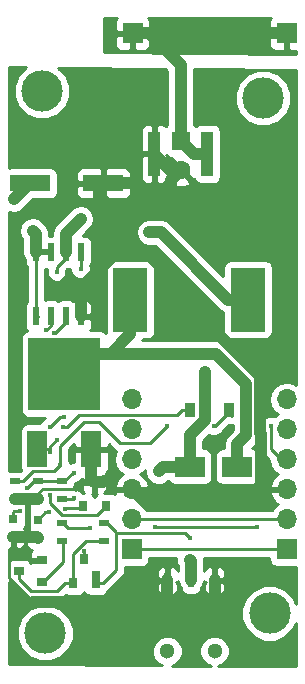
<source format=gtl>
%TF.GenerationSoftware,KiCad,Pcbnew,4.0.7*%
%TF.CreationDate,2017-11-15T23:57:05+08:00*%
%TF.ProjectId,nixie_tube,6E697869655F747562652E6B69636164,rev?*%
%TF.FileFunction,Copper,L1,Top,Signal*%
%FSLAX46Y46*%
G04 Gerber Fmt 4.6, Leading zero omitted, Abs format (unit mm)*
G04 Created by KiCad (PCBNEW 4.0.7) date 11/15/17 23:57:05*
%MOMM*%
%LPD*%
G01*
G04 APERTURE LIST*
%ADD10C,0.100000*%
%ADD11R,1.651000X3.048000*%
%ADD12R,6.096000X6.096000*%
%ADD13C,3.500000*%
%ADD14R,1.600000X1.600000*%
%ADD15C,1.600000*%
%ADD16R,1.000000X3.800000*%
%ADD17R,1.700000X1.700000*%
%ADD18O,1.700000X1.700000*%
%ADD19R,3.400000X1.400000*%
%ADD20R,0.500000X1.200000*%
%ADD21C,1.300000*%
%ADD22R,0.600000X1.550000*%
%ADD23R,2.900000X5.400000*%
%ADD24R,0.800000X0.900000*%
%ADD25R,0.900000X1.200000*%
%ADD26R,2.500000X1.800000*%
%ADD27R,0.750000X0.800000*%
%ADD28R,0.900000X0.500000*%
%ADD29R,0.900000X0.800000*%
%ADD30R,0.800000X1.000000*%
%ADD31C,0.453000*%
%ADD32C,0.600000*%
%ADD33C,0.400000*%
%ADD34C,1.000000*%
%ADD35C,0.250000*%
%ADD36C,1.000000*%
%ADD37C,0.500000*%
%ADD38C,0.254000*%
G04 APERTURE END LIST*
D10*
D11*
X3128000Y-37200000D03*
D12*
X5414000Y-30850000D03*
D11*
X7700000Y-37200000D03*
D13*
X22780000Y-51120000D03*
X3800000Y-52800000D03*
X22200000Y-7500000D03*
X3500000Y-6900000D03*
D14*
X15260000Y-11095000D03*
D15*
X15260000Y-13595000D03*
D16*
X13010000Y-12220000D03*
X17510000Y-12220000D03*
D17*
X11100000Y-45700000D03*
D18*
X11100000Y-43160000D03*
X11100000Y-40620000D03*
X11100000Y-38080000D03*
X11100000Y-35540000D03*
X11100000Y-33000000D03*
D17*
X24250000Y-45700000D03*
D18*
X24250000Y-43160000D03*
X24250000Y-40620000D03*
X24250000Y-38080000D03*
X24250000Y-35540000D03*
X24250000Y-33000000D03*
D19*
X2520000Y-14700000D03*
X8720000Y-14700000D03*
D20*
X16130000Y-48310000D03*
X18130000Y-48310000D03*
X14130000Y-48310000D03*
D21*
X14130000Y-54310000D03*
X18130000Y-54310000D03*
D22*
X2995000Y-25950000D03*
X4265000Y-25950000D03*
X5535000Y-25950000D03*
X6805000Y-25950000D03*
X6805000Y-20550000D03*
X5535000Y-20550000D03*
X4265000Y-20550000D03*
X2995000Y-20550000D03*
D23*
X20960000Y-24550000D03*
X11000000Y-24550000D03*
D24*
X7000000Y-42000000D03*
X8900000Y-42000000D03*
X7950000Y-40000000D03*
D25*
X16050000Y-33900000D03*
X19350000Y-33900000D03*
D26*
X16050000Y-38700000D03*
X20050000Y-38700000D03*
D17*
X11200000Y-2000000D03*
X24250000Y-2000000D03*
D27*
X3150000Y-44700000D03*
X3150000Y-43200000D03*
X1100000Y-44650000D03*
X1100000Y-43150000D03*
D28*
X1200000Y-39925000D03*
X1200000Y-41425000D03*
X5200000Y-41425000D03*
X5200000Y-39925000D03*
X3200000Y-39925000D03*
X3200000Y-41425000D03*
D29*
X3550000Y-48500000D03*
X3550000Y-46600000D03*
X1550000Y-47550000D03*
D28*
X5200000Y-44950000D03*
X5200000Y-43450000D03*
X8800000Y-43450000D03*
X8800000Y-44950000D03*
D24*
X6150000Y-48550000D03*
X8050000Y-48550000D03*
X7100000Y-46550000D03*
D30*
X8050000Y-48000000D03*
D31*
X4150000Y-42550000D03*
X4161160Y-35303465D03*
X5395441Y-34465377D03*
X4495547Y-27375488D03*
D32*
X8797836Y-39911278D03*
D31*
X6249998Y-39200000D03*
X6780000Y-21950000D03*
X1620000Y-42460000D03*
X2250000Y-40500000D03*
D33*
X6205983Y-41344025D03*
X21875000Y-2800000D03*
X20625000Y-2000000D03*
X21350000Y-2000000D03*
X22200000Y-2000000D03*
X15925000Y-2000000D03*
X14890000Y-2000000D03*
X14225000Y-2665000D03*
X13720000Y-3170000D03*
D34*
X13410000Y-39090000D03*
X17341464Y-30648536D03*
X17350000Y-32450000D03*
D33*
X5450000Y-42250000D03*
X18100002Y-35250000D03*
X14100000Y-35250000D03*
D31*
X5048490Y-38570000D03*
X3890509Y-27129849D03*
D33*
X4200000Y-41100000D03*
D31*
X4766416Y-36419128D03*
D33*
X4220219Y-37416038D03*
D31*
X5296095Y-35317853D03*
D33*
X13050000Y-43824990D03*
X7575010Y-43846613D03*
D31*
X22925000Y-35250000D03*
D33*
X21760000Y-43790000D03*
X1125000Y-16050000D03*
D32*
X12580000Y-18850000D03*
X2730000Y-18710000D03*
D33*
X16030000Y-44750000D03*
D34*
X16030000Y-46600000D03*
D33*
X7092254Y-45865221D03*
X4750000Y-22200000D03*
D31*
X6800000Y-17710000D03*
D35*
X3150000Y-43175000D02*
X3775000Y-42550000D01*
X3150000Y-43200000D02*
X3150000Y-43175000D01*
X3775000Y-42550000D02*
X4150000Y-42550000D01*
X4999248Y-34465377D02*
X4161160Y-35303465D01*
X5395441Y-34465377D02*
X4999248Y-34465377D01*
X5535000Y-26425000D02*
X4584512Y-27375488D01*
X4584512Y-27375488D02*
X4495547Y-27375488D01*
X5535000Y-25950000D02*
X5535000Y-26425000D01*
X1600000Y-45800000D02*
X700000Y-46700000D01*
X700000Y-46700000D02*
X700000Y-48100000D01*
X700000Y-48100000D02*
X2730000Y-50130000D01*
X1600000Y-45800000D02*
X2550000Y-46750000D01*
X1100000Y-45300000D02*
X1600000Y-45800000D01*
X1100000Y-44650000D02*
X1100000Y-45300000D01*
X2550000Y-46750000D02*
X3400000Y-46750000D01*
X3400000Y-46750000D02*
X3550000Y-46600000D01*
X6366184Y-40566186D02*
X6424999Y-40625001D01*
X3200000Y-40925000D02*
X3558814Y-40566186D01*
X3200000Y-41425000D02*
X3200000Y-40925000D01*
X3558814Y-40566186D02*
X6366184Y-40566186D01*
D36*
X14170000Y-23170002D02*
X14170000Y-22370000D01*
X12530000Y-20720000D02*
X9660000Y-20720000D01*
X22023499Y-41112501D02*
X22023499Y-35894721D01*
X13730000Y-21930000D02*
X13730000Y-21920000D01*
X11949999Y-41469999D02*
X21666001Y-41469999D01*
X13730000Y-21920000D02*
X12530000Y-20720000D01*
X21998499Y-30998501D02*
X14170000Y-23170002D01*
X14170000Y-22370000D02*
X13730000Y-21930000D01*
X22023499Y-35894721D02*
X21998499Y-35869721D01*
X21666001Y-41469999D02*
X22023499Y-41112501D01*
X11100000Y-40620000D02*
X11949999Y-41469999D01*
X21998499Y-35869721D02*
X21998499Y-30998501D01*
D37*
X6424999Y-40625001D02*
X7050000Y-40000000D01*
X7050000Y-40000000D02*
X7950000Y-40000000D01*
X2296504Y-41571504D02*
X2150000Y-41425000D01*
X2220000Y-44650000D02*
X2296504Y-44573496D01*
X2296504Y-44573496D02*
X2296504Y-41571504D01*
X2150000Y-41425000D02*
X1200000Y-41425000D01*
D36*
X2100171Y-41416698D02*
X2109975Y-41426502D01*
X1200000Y-41425000D02*
X1208302Y-41416698D01*
X2109975Y-41426502D02*
X3198498Y-41426502D01*
X1208302Y-41416698D02*
X2100171Y-41416698D01*
X3198498Y-41426502D02*
X3200000Y-41425000D01*
X15260000Y-13595000D02*
X14460001Y-14394999D01*
X14460001Y-14394999D02*
X14460001Y-15019999D01*
X14460001Y-15019999D02*
X13830000Y-15650000D01*
X13010000Y-12220000D02*
X14385000Y-13595000D01*
X14385000Y-13595000D02*
X15260000Y-13595000D01*
X8720000Y-14700000D02*
X11270000Y-14700000D01*
X11270000Y-14700000D02*
X12220000Y-15650000D01*
X12220000Y-15650000D02*
X13830000Y-15650000D01*
X7950000Y-40000000D02*
X8709114Y-40000000D01*
X8709114Y-40000000D02*
X8797836Y-39911278D01*
X7700000Y-37200000D02*
X7700000Y-39724000D01*
X1100000Y-44650000D02*
X2220000Y-44650000D01*
X2220000Y-44650000D02*
X3100000Y-44650000D01*
X3100000Y-44650000D02*
X3150000Y-44700000D01*
X7171743Y-50130000D02*
X14150000Y-50130000D01*
X14150000Y-50130000D02*
X17930000Y-50130000D01*
X14130000Y-48310000D02*
X14130000Y-50110000D01*
X14130000Y-50110000D02*
X14150000Y-50130000D01*
X18130000Y-49930000D02*
X18130000Y-48310000D01*
X5148269Y-50150012D02*
X7151731Y-50150012D01*
X7151731Y-50150012D02*
X7171743Y-50130000D01*
X17930000Y-50130000D02*
X18130000Y-49930000D01*
X14130000Y-48660000D02*
X14130000Y-48310000D01*
X18130000Y-48310000D02*
X18130000Y-48660000D01*
X8300000Y-14700000D02*
X8300000Y-15750000D01*
X8300000Y-15750000D02*
X9660000Y-17110000D01*
X9660000Y-17110000D02*
X9660000Y-20720000D01*
X9660000Y-20720000D02*
X6805000Y-23575000D01*
X6805000Y-23575000D02*
X6805000Y-25950000D01*
X8350000Y-14650000D02*
X8300000Y-14700000D01*
X7700000Y-37152329D02*
X7700000Y-37200000D01*
X2730000Y-50130000D02*
X5128257Y-50130000D01*
X5128257Y-50130000D02*
X5148269Y-50150012D01*
D35*
X6125000Y-39200000D02*
X6249998Y-39200000D01*
X5400000Y-39925000D02*
X6125000Y-39200000D01*
X5200000Y-39925000D02*
X5400000Y-39925000D01*
X6780000Y-21950000D02*
X6780000Y-20575000D01*
X6780000Y-20575000D02*
X6805000Y-20550000D01*
X1140000Y-42460000D02*
X1620000Y-42460000D01*
X1100000Y-42500000D02*
X1140000Y-42460000D01*
X1100000Y-43150000D02*
X1100000Y-42500000D01*
X3200000Y-39925000D02*
X2825000Y-39925000D01*
X2825000Y-39925000D02*
X2250000Y-40500000D01*
X3200000Y-39925000D02*
X5200000Y-39925000D01*
X1100000Y-43150000D02*
X1100000Y-43125000D01*
X6700000Y-20655000D02*
X6805000Y-20550000D01*
D36*
X16050000Y-36017996D02*
X16050000Y-38700000D01*
X17350000Y-32450000D02*
X17350000Y-34717996D01*
X17350000Y-34717996D02*
X16050000Y-36017996D01*
D35*
X5200000Y-41425000D02*
X6125008Y-41425000D01*
X6125008Y-41425000D02*
X6205983Y-41344025D01*
D36*
X15925000Y-2000000D02*
X20625000Y-2000000D01*
D35*
X21350000Y-2000000D02*
X20625000Y-2000000D01*
X22200000Y-2000000D02*
X21350000Y-2000000D01*
D36*
X22200000Y-2000000D02*
X24250000Y-2000000D01*
D35*
X14890000Y-2000000D02*
X15925000Y-2000000D01*
X14225000Y-2665000D02*
X14890000Y-2000000D01*
X13720000Y-3170000D02*
X14225000Y-2665000D01*
D36*
X15260000Y-4710000D02*
X13720000Y-3170000D01*
X15260000Y-11095000D02*
X15260000Y-4710000D01*
X16385000Y-12220000D02*
X15260000Y-11095000D01*
X17510000Y-12220000D02*
X16385000Y-12220000D01*
X16050000Y-38700000D02*
X13800000Y-38700000D01*
X13800000Y-38700000D02*
X13410000Y-39090000D01*
X13720000Y-3170000D02*
X12550000Y-2000000D01*
X12550000Y-2000000D02*
X11200000Y-2000000D01*
X17350000Y-30657072D02*
X17341464Y-30648536D01*
X17350000Y-32450000D02*
X17350000Y-30657072D01*
D35*
X7000000Y-42000000D02*
X6800000Y-42200000D01*
X6800000Y-42200000D02*
X5500000Y-42200000D01*
X5500000Y-42200000D02*
X5450000Y-42250000D01*
X19350000Y-33900000D02*
X19350000Y-34050000D01*
X18150000Y-35250000D02*
X18100002Y-35250000D01*
X19350000Y-34050000D02*
X18150000Y-35250000D01*
X14100000Y-35250000D02*
X12634999Y-36715001D01*
X12634999Y-36715001D02*
X10149503Y-36715001D01*
X10149503Y-36715001D02*
X8334502Y-34900000D01*
X8334502Y-34900000D02*
X7065498Y-34900000D01*
X7065498Y-34900000D02*
X5048490Y-36917008D01*
X5048490Y-36917008D02*
X5048490Y-38570000D01*
X4523389Y-39095101D02*
X5048490Y-38570000D01*
X1200000Y-39925000D02*
X1900000Y-39925000D01*
X2729899Y-39095101D02*
X4523389Y-39095101D01*
X1900000Y-39925000D02*
X2729899Y-39095101D01*
X4265000Y-26755358D02*
X3890509Y-27129849D01*
X4265000Y-25950000D02*
X4265000Y-26755358D01*
X19346992Y-33903008D02*
X19346992Y-34151991D01*
X19346992Y-34151991D02*
X19573491Y-34378490D01*
X19350000Y-33900000D02*
X19346992Y-33903008D01*
X5197999Y-42775001D02*
X4200000Y-41777002D01*
X8900000Y-42000000D02*
X8900000Y-42050000D01*
X4200000Y-41777002D02*
X4200000Y-41100000D01*
X8174999Y-42775001D02*
X5197999Y-42775001D01*
X8900000Y-42050000D02*
X8174999Y-42775001D01*
X4220219Y-36965325D02*
X4766416Y-36419128D01*
X4220219Y-37416038D02*
X4220219Y-36965325D01*
X4220219Y-37216719D02*
X4220219Y-37416038D01*
X4203500Y-37200000D02*
X4220219Y-37216719D01*
X3128000Y-37200000D02*
X4203500Y-37200000D01*
X9000000Y-42000000D02*
X9090000Y-41910000D01*
X8998490Y-42001510D02*
X8703826Y-42001510D01*
X8703826Y-42001510D02*
X8703008Y-42002328D01*
X9000000Y-42000000D02*
X8998490Y-42001510D01*
X6645698Y-34300000D02*
X5627845Y-35317853D01*
X5627845Y-35317853D02*
X5296095Y-35317853D01*
X14950000Y-34300000D02*
X6645698Y-34300000D01*
X16050000Y-33900000D02*
X15350000Y-33900000D01*
X15350000Y-33900000D02*
X14950000Y-34300000D01*
D36*
X18224999Y-29124999D02*
X9375001Y-29124999D01*
X20798488Y-31698488D02*
X18224999Y-29124999D01*
X20050000Y-36800000D02*
X20798488Y-36051512D01*
X20050000Y-38700000D02*
X20050000Y-36800000D01*
X20798488Y-36051512D02*
X20798488Y-31698488D01*
X7139001Y-29124999D02*
X5414000Y-30850000D01*
X11000000Y-27500000D02*
X9375001Y-29124999D01*
X9375001Y-29124999D02*
X7139001Y-29124999D01*
X11000000Y-24550000D02*
X11000000Y-27500000D01*
D35*
X21760000Y-43790000D02*
X13084990Y-43790000D01*
X13084990Y-43790000D02*
X13050000Y-43824990D01*
X5696613Y-43846613D02*
X7575010Y-43846613D01*
X5300000Y-43450000D02*
X5696613Y-43846613D01*
X22925000Y-35250000D02*
X22925000Y-37225000D01*
X22925000Y-37225000D02*
X23780000Y-38080000D01*
X23780000Y-38080000D02*
X24250000Y-38080000D01*
X24750000Y-43160000D02*
X11100000Y-43160000D01*
X10890000Y-43150000D02*
X10900000Y-43160000D01*
X11200000Y-45700000D02*
X24750000Y-45700000D01*
D36*
X2100000Y-15075000D02*
X1125000Y-16050000D01*
X2100000Y-14700000D02*
X2100000Y-15075000D01*
D35*
X2995000Y-20550000D02*
X2995000Y-25950000D01*
D36*
X2995000Y-20550000D02*
X2995000Y-18975000D01*
X2995000Y-18975000D02*
X2730000Y-18710000D01*
D37*
X4265000Y-20550000D02*
X2995000Y-20550000D01*
D36*
X12580000Y-18850000D02*
X13560000Y-18850000D01*
X13560000Y-18850000D02*
X19260000Y-24550000D01*
X19260000Y-24550000D02*
X20960000Y-24550000D01*
D37*
X2100000Y-14700000D02*
X3100000Y-14700000D01*
X3050000Y-26005000D02*
X2995000Y-25950000D01*
D35*
X5300000Y-46800000D02*
X5300000Y-45150000D01*
X3600000Y-48500000D02*
X5300000Y-46800000D01*
X5300000Y-45150000D02*
X5300000Y-44950000D01*
X3550000Y-48500000D02*
X3600000Y-48500000D01*
X15630000Y-44350000D02*
X16030000Y-44750000D01*
X9800000Y-44450000D02*
X9900000Y-44350000D01*
X9900000Y-44350000D02*
X15630000Y-44350000D01*
X8050000Y-48000000D02*
X8050000Y-48550000D01*
X8800000Y-43450000D02*
X9000000Y-43450000D01*
X9000000Y-43450000D02*
X9800000Y-44250000D01*
X9800000Y-44250000D02*
X9800000Y-44450000D01*
X8050000Y-48550000D02*
X8700000Y-48550000D01*
X8700000Y-48550000D02*
X9800000Y-47450000D01*
X9800000Y-47450000D02*
X9800000Y-44450000D01*
X8800000Y-43450000D02*
X8600000Y-43450000D01*
D36*
X16130000Y-48310000D02*
X16130000Y-46700000D01*
X16130000Y-46700000D02*
X16030000Y-46600000D01*
D35*
X8050000Y-48550000D02*
X8050000Y-48600000D01*
X7092254Y-46148063D02*
X7092254Y-45865221D01*
X7092254Y-46542254D02*
X7092254Y-46148063D01*
X7100000Y-46550000D02*
X7092254Y-46542254D01*
X5535000Y-21025000D02*
X4750000Y-21810000D01*
X5535000Y-20550000D02*
X5535000Y-21025000D01*
X4750000Y-21810000D02*
X4750000Y-22200000D01*
D36*
X5535000Y-20550000D02*
X5535000Y-18975000D01*
X5535000Y-18975000D02*
X6800000Y-17710000D01*
X5530000Y-20555000D02*
X5535000Y-20550000D01*
D35*
X1550000Y-47550000D02*
X1550000Y-48200000D01*
X1550000Y-48200000D02*
X2575001Y-49225001D01*
X2575001Y-49225001D02*
X4824999Y-49225001D01*
X4824999Y-49225001D02*
X5500000Y-48550000D01*
X5500000Y-48550000D02*
X6150000Y-48550000D01*
X8800000Y-44950000D02*
X7264998Y-44950000D01*
X6150000Y-46064998D02*
X6150000Y-48550000D01*
X7264998Y-44950000D02*
X6150000Y-46064998D01*
X6150000Y-48500000D02*
X6150000Y-48550000D01*
D38*
G36*
X14894803Y-46824775D02*
X14995000Y-47067269D01*
X14995000Y-47535407D01*
X14918327Y-47350302D01*
X14739699Y-47171673D01*
X14506310Y-47075000D01*
X14413750Y-47075000D01*
X14255000Y-47233750D01*
X14255000Y-48183000D01*
X14277000Y-48183000D01*
X14277000Y-48437000D01*
X14255000Y-48437000D01*
X14255000Y-49386250D01*
X14413750Y-49545000D01*
X14506310Y-49545000D01*
X14739699Y-49448327D01*
X14918327Y-49269698D01*
X15015000Y-49036309D01*
X15015000Y-48595750D01*
X14856252Y-48437002D01*
X15015000Y-48437002D01*
X15015000Y-48410547D01*
X15081397Y-48744346D01*
X15248426Y-48994323D01*
X15276838Y-49145317D01*
X15415910Y-49361441D01*
X15628110Y-49506431D01*
X15880000Y-49557440D01*
X16380000Y-49557440D01*
X16615317Y-49513162D01*
X16831441Y-49374090D01*
X16976431Y-49161890D01*
X17009838Y-48996920D01*
X17178603Y-48744346D01*
X17245000Y-48410547D01*
X17245000Y-48437002D01*
X17403748Y-48437002D01*
X17245000Y-48595750D01*
X17245000Y-49036309D01*
X17341673Y-49269698D01*
X17520301Y-49448327D01*
X17753690Y-49545000D01*
X17846250Y-49545000D01*
X18005000Y-49386250D01*
X18005000Y-48437000D01*
X18255000Y-48437000D01*
X18255000Y-49386250D01*
X18413750Y-49545000D01*
X18506310Y-49545000D01*
X18739699Y-49448327D01*
X18918327Y-49269698D01*
X19015000Y-49036309D01*
X19015000Y-48595750D01*
X18856250Y-48437000D01*
X18255000Y-48437000D01*
X18005000Y-48437000D01*
X17983000Y-48437000D01*
X17983000Y-48183000D01*
X18005000Y-48183000D01*
X18005000Y-47233750D01*
X18255000Y-47233750D01*
X18255000Y-48183000D01*
X18856250Y-48183000D01*
X19015000Y-48024250D01*
X19015000Y-47583691D01*
X18918327Y-47350302D01*
X18739699Y-47171673D01*
X18506310Y-47075000D01*
X18413750Y-47075000D01*
X18255000Y-47233750D01*
X18005000Y-47233750D01*
X17846250Y-47075000D01*
X17753690Y-47075000D01*
X17520301Y-47171673D01*
X17341673Y-47350302D01*
X17265000Y-47535407D01*
X17265000Y-46700000D01*
X17217261Y-46460000D01*
X22752560Y-46460000D01*
X22752560Y-46550000D01*
X22796838Y-46785317D01*
X22935910Y-47001441D01*
X23148110Y-47146431D01*
X23400000Y-47197440D01*
X25040000Y-47197440D01*
X25040000Y-50344152D01*
X24803084Y-49770771D01*
X24132758Y-49099274D01*
X23256487Y-48735415D01*
X22307675Y-48734587D01*
X21430771Y-49096916D01*
X20759274Y-49767242D01*
X20395415Y-50643513D01*
X20394587Y-51592325D01*
X20756916Y-52469229D01*
X21427242Y-53140726D01*
X22303513Y-53504585D01*
X23252325Y-53505413D01*
X24129229Y-53143084D01*
X24800726Y-52472758D01*
X25040000Y-51896521D01*
X25040000Y-55590000D01*
X20436972Y-55590000D01*
X18441380Y-55571713D01*
X18856943Y-55400005D01*
X19218735Y-55038845D01*
X19414777Y-54566724D01*
X19415223Y-54055519D01*
X19220005Y-53583057D01*
X18858845Y-53221265D01*
X18386724Y-53025223D01*
X17875519Y-53024777D01*
X17403057Y-53219995D01*
X17041265Y-53581155D01*
X16845223Y-54053276D01*
X16844777Y-54564481D01*
X17039995Y-55036943D01*
X17401155Y-55398735D01*
X17803658Y-55565869D01*
X14528168Y-55535853D01*
X14856943Y-55400005D01*
X15218735Y-55038845D01*
X15414777Y-54566724D01*
X15415223Y-54055519D01*
X15220005Y-53583057D01*
X14858845Y-53221265D01*
X14386724Y-53025223D01*
X13875519Y-53024777D01*
X13403057Y-53219995D01*
X13041265Y-53581155D01*
X12845223Y-54053276D01*
X12844777Y-54564481D01*
X13039995Y-55036943D01*
X13401155Y-55398735D01*
X13713390Y-55528386D01*
X710000Y-55409226D01*
X710000Y-53272325D01*
X1414587Y-53272325D01*
X1776916Y-54149229D01*
X2447242Y-54820726D01*
X3323513Y-55184585D01*
X4272325Y-55185413D01*
X5149229Y-54823084D01*
X5820726Y-54152758D01*
X6184585Y-53276487D01*
X6185413Y-52327675D01*
X5823084Y-51450771D01*
X5152758Y-50779274D01*
X4276487Y-50415415D01*
X3327675Y-50414587D01*
X2450771Y-50776916D01*
X1779274Y-51447242D01*
X1415415Y-52323513D01*
X1414587Y-53272325D01*
X710000Y-53272325D01*
X710000Y-48452065D01*
X848110Y-48546431D01*
X890770Y-48555070D01*
X1012599Y-48737401D01*
X2037600Y-49762402D01*
X2284161Y-49927149D01*
X2575001Y-49985001D01*
X4824999Y-49985001D01*
X5115838Y-49927149D01*
X5362400Y-49762402D01*
X5523275Y-49601527D01*
X5750000Y-49647440D01*
X6550000Y-49647440D01*
X6785317Y-49603162D01*
X7001441Y-49464090D01*
X7100633Y-49318917D01*
X7185910Y-49451441D01*
X7398110Y-49596431D01*
X7650000Y-49647440D01*
X8450000Y-49647440D01*
X8685317Y-49603162D01*
X8901441Y-49464090D01*
X9046431Y-49251890D01*
X9055070Y-49209230D01*
X9237401Y-49087401D01*
X9729052Y-48595750D01*
X13245000Y-48595750D01*
X13245000Y-49036309D01*
X13341673Y-49269698D01*
X13520301Y-49448327D01*
X13753690Y-49545000D01*
X13846250Y-49545000D01*
X14005000Y-49386250D01*
X14005000Y-48437000D01*
X13403750Y-48437000D01*
X13245000Y-48595750D01*
X9729052Y-48595750D01*
X10337401Y-47987401D01*
X10502148Y-47740839D01*
X10533406Y-47583691D01*
X13245000Y-47583691D01*
X13245000Y-48024250D01*
X13403750Y-48183000D01*
X14005000Y-48183000D01*
X14005000Y-47233750D01*
X13846250Y-47075000D01*
X13753690Y-47075000D01*
X13520301Y-47171673D01*
X13341673Y-47350302D01*
X13245000Y-47583691D01*
X10533406Y-47583691D01*
X10560000Y-47450000D01*
X10560000Y-47197440D01*
X11950000Y-47197440D01*
X12185317Y-47153162D01*
X12401441Y-47014090D01*
X12546431Y-46801890D01*
X12597440Y-46550000D01*
X12597440Y-46460000D01*
X14895121Y-46460000D01*
X14894803Y-46824775D01*
X14894803Y-46824775D01*
G37*
X14894803Y-46824775D02*
X14995000Y-47067269D01*
X14995000Y-47535407D01*
X14918327Y-47350302D01*
X14739699Y-47171673D01*
X14506310Y-47075000D01*
X14413750Y-47075000D01*
X14255000Y-47233750D01*
X14255000Y-48183000D01*
X14277000Y-48183000D01*
X14277000Y-48437000D01*
X14255000Y-48437000D01*
X14255000Y-49386250D01*
X14413750Y-49545000D01*
X14506310Y-49545000D01*
X14739699Y-49448327D01*
X14918327Y-49269698D01*
X15015000Y-49036309D01*
X15015000Y-48595750D01*
X14856252Y-48437002D01*
X15015000Y-48437002D01*
X15015000Y-48410547D01*
X15081397Y-48744346D01*
X15248426Y-48994323D01*
X15276838Y-49145317D01*
X15415910Y-49361441D01*
X15628110Y-49506431D01*
X15880000Y-49557440D01*
X16380000Y-49557440D01*
X16615317Y-49513162D01*
X16831441Y-49374090D01*
X16976431Y-49161890D01*
X17009838Y-48996920D01*
X17178603Y-48744346D01*
X17245000Y-48410547D01*
X17245000Y-48437002D01*
X17403748Y-48437002D01*
X17245000Y-48595750D01*
X17245000Y-49036309D01*
X17341673Y-49269698D01*
X17520301Y-49448327D01*
X17753690Y-49545000D01*
X17846250Y-49545000D01*
X18005000Y-49386250D01*
X18005000Y-48437000D01*
X18255000Y-48437000D01*
X18255000Y-49386250D01*
X18413750Y-49545000D01*
X18506310Y-49545000D01*
X18739699Y-49448327D01*
X18918327Y-49269698D01*
X19015000Y-49036309D01*
X19015000Y-48595750D01*
X18856250Y-48437000D01*
X18255000Y-48437000D01*
X18005000Y-48437000D01*
X17983000Y-48437000D01*
X17983000Y-48183000D01*
X18005000Y-48183000D01*
X18005000Y-47233750D01*
X18255000Y-47233750D01*
X18255000Y-48183000D01*
X18856250Y-48183000D01*
X19015000Y-48024250D01*
X19015000Y-47583691D01*
X18918327Y-47350302D01*
X18739699Y-47171673D01*
X18506310Y-47075000D01*
X18413750Y-47075000D01*
X18255000Y-47233750D01*
X18005000Y-47233750D01*
X17846250Y-47075000D01*
X17753690Y-47075000D01*
X17520301Y-47171673D01*
X17341673Y-47350302D01*
X17265000Y-47535407D01*
X17265000Y-46700000D01*
X17217261Y-46460000D01*
X22752560Y-46460000D01*
X22752560Y-46550000D01*
X22796838Y-46785317D01*
X22935910Y-47001441D01*
X23148110Y-47146431D01*
X23400000Y-47197440D01*
X25040000Y-47197440D01*
X25040000Y-50344152D01*
X24803084Y-49770771D01*
X24132758Y-49099274D01*
X23256487Y-48735415D01*
X22307675Y-48734587D01*
X21430771Y-49096916D01*
X20759274Y-49767242D01*
X20395415Y-50643513D01*
X20394587Y-51592325D01*
X20756916Y-52469229D01*
X21427242Y-53140726D01*
X22303513Y-53504585D01*
X23252325Y-53505413D01*
X24129229Y-53143084D01*
X24800726Y-52472758D01*
X25040000Y-51896521D01*
X25040000Y-55590000D01*
X20436972Y-55590000D01*
X18441380Y-55571713D01*
X18856943Y-55400005D01*
X19218735Y-55038845D01*
X19414777Y-54566724D01*
X19415223Y-54055519D01*
X19220005Y-53583057D01*
X18858845Y-53221265D01*
X18386724Y-53025223D01*
X17875519Y-53024777D01*
X17403057Y-53219995D01*
X17041265Y-53581155D01*
X16845223Y-54053276D01*
X16844777Y-54564481D01*
X17039995Y-55036943D01*
X17401155Y-55398735D01*
X17803658Y-55565869D01*
X14528168Y-55535853D01*
X14856943Y-55400005D01*
X15218735Y-55038845D01*
X15414777Y-54566724D01*
X15415223Y-54055519D01*
X15220005Y-53583057D01*
X14858845Y-53221265D01*
X14386724Y-53025223D01*
X13875519Y-53024777D01*
X13403057Y-53219995D01*
X13041265Y-53581155D01*
X12845223Y-54053276D01*
X12844777Y-54564481D01*
X13039995Y-55036943D01*
X13401155Y-55398735D01*
X13713390Y-55528386D01*
X710000Y-55409226D01*
X710000Y-53272325D01*
X1414587Y-53272325D01*
X1776916Y-54149229D01*
X2447242Y-54820726D01*
X3323513Y-55184585D01*
X4272325Y-55185413D01*
X5149229Y-54823084D01*
X5820726Y-54152758D01*
X6184585Y-53276487D01*
X6185413Y-52327675D01*
X5823084Y-51450771D01*
X5152758Y-50779274D01*
X4276487Y-50415415D01*
X3327675Y-50414587D01*
X2450771Y-50776916D01*
X1779274Y-51447242D01*
X1415415Y-52323513D01*
X1414587Y-53272325D01*
X710000Y-53272325D01*
X710000Y-48452065D01*
X848110Y-48546431D01*
X890770Y-48555070D01*
X1012599Y-48737401D01*
X2037600Y-49762402D01*
X2284161Y-49927149D01*
X2575001Y-49985001D01*
X4824999Y-49985001D01*
X5115838Y-49927149D01*
X5362400Y-49762402D01*
X5523275Y-49601527D01*
X5750000Y-49647440D01*
X6550000Y-49647440D01*
X6785317Y-49603162D01*
X7001441Y-49464090D01*
X7100633Y-49318917D01*
X7185910Y-49451441D01*
X7398110Y-49596431D01*
X7650000Y-49647440D01*
X8450000Y-49647440D01*
X8685317Y-49603162D01*
X8901441Y-49464090D01*
X9046431Y-49251890D01*
X9055070Y-49209230D01*
X9237401Y-49087401D01*
X9729052Y-48595750D01*
X13245000Y-48595750D01*
X13245000Y-49036309D01*
X13341673Y-49269698D01*
X13520301Y-49448327D01*
X13753690Y-49545000D01*
X13846250Y-49545000D01*
X14005000Y-49386250D01*
X14005000Y-48437000D01*
X13403750Y-48437000D01*
X13245000Y-48595750D01*
X9729052Y-48595750D01*
X10337401Y-47987401D01*
X10502148Y-47740839D01*
X10533406Y-47583691D01*
X13245000Y-47583691D01*
X13245000Y-48024250D01*
X13403750Y-48183000D01*
X14005000Y-48183000D01*
X14005000Y-47233750D01*
X13846250Y-47075000D01*
X13753690Y-47075000D01*
X13520301Y-47171673D01*
X13341673Y-47350302D01*
X13245000Y-47583691D01*
X10533406Y-47583691D01*
X10560000Y-47450000D01*
X10560000Y-47197440D01*
X11950000Y-47197440D01*
X12185317Y-47153162D01*
X12401441Y-47014090D01*
X12546431Y-46801890D01*
X12597440Y-46550000D01*
X12597440Y-46460000D01*
X14895121Y-46460000D01*
X14894803Y-46824775D01*
G36*
X2127560Y-43600000D02*
X2171838Y-43835317D01*
X2238329Y-43938646D01*
X2236673Y-43940302D01*
X2140000Y-44173691D01*
X2140000Y-44414250D01*
X2298750Y-44573000D01*
X3023000Y-44573000D01*
X3023000Y-44553000D01*
X3277000Y-44553000D01*
X3277000Y-44573000D01*
X3297000Y-44573000D01*
X3297000Y-44827000D01*
X3277000Y-44827000D01*
X3277000Y-44847000D01*
X3023000Y-44847000D01*
X3023000Y-44827000D01*
X2298750Y-44827000D01*
X2140000Y-44985750D01*
X2140000Y-45226309D01*
X2236673Y-45459698D01*
X2415301Y-45638327D01*
X2648690Y-45735000D01*
X2666975Y-45735000D01*
X2561673Y-45840301D01*
X2465000Y-46073690D01*
X2465000Y-46314250D01*
X2623750Y-46473000D01*
X3423000Y-46473000D01*
X3423000Y-46453000D01*
X3677000Y-46453000D01*
X3677000Y-46473000D01*
X3697000Y-46473000D01*
X3697000Y-46727000D01*
X3677000Y-46727000D01*
X3677000Y-46747000D01*
X3423000Y-46747000D01*
X3423000Y-46727000D01*
X2623750Y-46727000D01*
X2537738Y-46813012D01*
X2464090Y-46698559D01*
X2251890Y-46553569D01*
X2000000Y-46502560D01*
X1100000Y-46502560D01*
X864683Y-46546838D01*
X710000Y-46646374D01*
X710000Y-45685000D01*
X814250Y-45685000D01*
X973000Y-45526250D01*
X973000Y-44777000D01*
X1227000Y-44777000D01*
X1227000Y-45526250D01*
X1385750Y-45685000D01*
X1601310Y-45685000D01*
X1834699Y-45588327D01*
X2013327Y-45409698D01*
X2110000Y-45176309D01*
X2110000Y-44935750D01*
X1951250Y-44777000D01*
X1227000Y-44777000D01*
X973000Y-44777000D01*
X953000Y-44777000D01*
X953000Y-44523000D01*
X973000Y-44523000D01*
X973000Y-44503000D01*
X1227000Y-44503000D01*
X1227000Y-44523000D01*
X1951250Y-44523000D01*
X2110000Y-44364250D01*
X2110000Y-44123691D01*
X2013327Y-43890302D01*
X2011957Y-43888932D01*
X2071431Y-43801890D01*
X2122440Y-43550000D01*
X2122440Y-43175719D01*
X2127560Y-43170608D01*
X2127560Y-43600000D01*
X2127560Y-43600000D01*
G37*
X2127560Y-43600000D02*
X2171838Y-43835317D01*
X2238329Y-43938646D01*
X2236673Y-43940302D01*
X2140000Y-44173691D01*
X2140000Y-44414250D01*
X2298750Y-44573000D01*
X3023000Y-44573000D01*
X3023000Y-44553000D01*
X3277000Y-44553000D01*
X3277000Y-44573000D01*
X3297000Y-44573000D01*
X3297000Y-44827000D01*
X3277000Y-44827000D01*
X3277000Y-44847000D01*
X3023000Y-44847000D01*
X3023000Y-44827000D01*
X2298750Y-44827000D01*
X2140000Y-44985750D01*
X2140000Y-45226309D01*
X2236673Y-45459698D01*
X2415301Y-45638327D01*
X2648690Y-45735000D01*
X2666975Y-45735000D01*
X2561673Y-45840301D01*
X2465000Y-46073690D01*
X2465000Y-46314250D01*
X2623750Y-46473000D01*
X3423000Y-46473000D01*
X3423000Y-46453000D01*
X3677000Y-46453000D01*
X3677000Y-46473000D01*
X3697000Y-46473000D01*
X3697000Y-46727000D01*
X3677000Y-46727000D01*
X3677000Y-46747000D01*
X3423000Y-46747000D01*
X3423000Y-46727000D01*
X2623750Y-46727000D01*
X2537738Y-46813012D01*
X2464090Y-46698559D01*
X2251890Y-46553569D01*
X2000000Y-46502560D01*
X1100000Y-46502560D01*
X864683Y-46546838D01*
X710000Y-46646374D01*
X710000Y-45685000D01*
X814250Y-45685000D01*
X973000Y-45526250D01*
X973000Y-44777000D01*
X1227000Y-44777000D01*
X1227000Y-45526250D01*
X1385750Y-45685000D01*
X1601310Y-45685000D01*
X1834699Y-45588327D01*
X2013327Y-45409698D01*
X2110000Y-45176309D01*
X2110000Y-44935750D01*
X1951250Y-44777000D01*
X1227000Y-44777000D01*
X973000Y-44777000D01*
X953000Y-44777000D01*
X953000Y-44523000D01*
X973000Y-44523000D01*
X973000Y-44503000D01*
X1227000Y-44503000D01*
X1227000Y-44523000D01*
X1951250Y-44523000D01*
X2110000Y-44364250D01*
X2110000Y-44123691D01*
X2013327Y-43890302D01*
X2011957Y-43888932D01*
X2071431Y-43801890D01*
X2122440Y-43550000D01*
X2122440Y-43175719D01*
X2127560Y-43170608D01*
X2127560Y-43600000D01*
G36*
X2131999Y-4895655D02*
X1479274Y-5547242D01*
X1115415Y-6423513D01*
X1114587Y-7372325D01*
X1476916Y-8249229D01*
X2147242Y-8920726D01*
X3023513Y-9284585D01*
X3972325Y-9285413D01*
X4849229Y-8923084D01*
X5520726Y-8252758D01*
X5884585Y-7376487D01*
X5885413Y-6427675D01*
X5523084Y-5550771D01*
X4895741Y-4922332D01*
X13954641Y-5009773D01*
X14125000Y-5180132D01*
X14125000Y-9755982D01*
X14008559Y-9830910D01*
X13972179Y-9884154D01*
X13869699Y-9781673D01*
X13636310Y-9685000D01*
X13295750Y-9685000D01*
X13137000Y-9843750D01*
X13137000Y-12093000D01*
X13157000Y-12093000D01*
X13157000Y-12347000D01*
X13137000Y-12347000D01*
X13137000Y-14596250D01*
X13295750Y-14755000D01*
X13636310Y-14755000D01*
X13869699Y-14658327D01*
X13925280Y-14602745D01*
X14431861Y-14602745D01*
X14505995Y-14848864D01*
X15043223Y-15041965D01*
X15613454Y-15014778D01*
X16014005Y-14848864D01*
X16088139Y-14602745D01*
X15260000Y-13774605D01*
X14431861Y-14602745D01*
X13925280Y-14602745D01*
X14048327Y-14479698D01*
X14091777Y-14374801D01*
X14252255Y-14423139D01*
X15080395Y-13595000D01*
X14252255Y-12766861D01*
X14145000Y-12799167D01*
X14145000Y-12505750D01*
X13986252Y-12347002D01*
X13996731Y-12347002D01*
X14208110Y-12491431D01*
X14446201Y-12539646D01*
X14431861Y-12587255D01*
X15260000Y-13415395D01*
X15274142Y-13401252D01*
X15453748Y-13580858D01*
X15439605Y-13595000D01*
X16267745Y-14423139D01*
X16420812Y-14377033D01*
X16545910Y-14571441D01*
X16758110Y-14716431D01*
X17010000Y-14767440D01*
X18010000Y-14767440D01*
X18245317Y-14723162D01*
X18461441Y-14584090D01*
X18606431Y-14371890D01*
X18657440Y-14120000D01*
X18657440Y-10320000D01*
X18613162Y-10084683D01*
X18474090Y-9868559D01*
X18261890Y-9723569D01*
X18010000Y-9672560D01*
X17010000Y-9672560D01*
X16774683Y-9716838D01*
X16558559Y-9855910D01*
X16544901Y-9875900D01*
X16524090Y-9843559D01*
X16395000Y-9755356D01*
X16395000Y-7972325D01*
X19814587Y-7972325D01*
X20176916Y-8849229D01*
X20847242Y-9520726D01*
X21723513Y-9884585D01*
X22672325Y-9885413D01*
X23549229Y-9523084D01*
X24220726Y-8852758D01*
X24584585Y-7976487D01*
X24585413Y-7027675D01*
X24223084Y-6150771D01*
X23552758Y-5479274D01*
X22676487Y-5115415D01*
X21727675Y-5114587D01*
X20850771Y-5476916D01*
X20179274Y-6147242D01*
X19815415Y-7023513D01*
X19814587Y-7972325D01*
X16395000Y-7972325D01*
X16395000Y-5033328D01*
X25040000Y-5116774D01*
X25040000Y-31756745D01*
X24847378Y-31628039D01*
X24279093Y-31515000D01*
X24220907Y-31515000D01*
X23652622Y-31628039D01*
X23170853Y-31949946D01*
X22848946Y-32431715D01*
X22735907Y-33000000D01*
X22848946Y-33568285D01*
X23170853Y-34050054D01*
X23500026Y-34270000D01*
X23236089Y-34446357D01*
X23097115Y-34388650D01*
X22754389Y-34388351D01*
X22437637Y-34519230D01*
X22195082Y-34761362D01*
X22063650Y-35077885D01*
X22063351Y-35420611D01*
X22165000Y-35666621D01*
X22165000Y-37225000D01*
X22222852Y-37515839D01*
X22387599Y-37762401D01*
X22743532Y-38118334D01*
X22848946Y-38648285D01*
X23170853Y-39130054D01*
X23511553Y-39357702D01*
X23368642Y-39424817D01*
X22978355Y-39853076D01*
X22808524Y-40263110D01*
X22929845Y-40493000D01*
X24123000Y-40493000D01*
X24123000Y-40473000D01*
X24377000Y-40473000D01*
X24377000Y-40493000D01*
X24397000Y-40493000D01*
X24397000Y-40747000D01*
X24377000Y-40747000D01*
X24377000Y-40767000D01*
X24123000Y-40767000D01*
X24123000Y-40747000D01*
X22929845Y-40747000D01*
X22808524Y-40976890D01*
X22978355Y-41386924D01*
X23368642Y-41815183D01*
X23511553Y-41882298D01*
X23170853Y-42109946D01*
X22977046Y-42400000D01*
X12372954Y-42400000D01*
X12179147Y-42109946D01*
X11838447Y-41882298D01*
X11981358Y-41815183D01*
X12371645Y-41386924D01*
X12541476Y-40976890D01*
X12420155Y-40747000D01*
X11227000Y-40747000D01*
X11227000Y-40767000D01*
X10973000Y-40767000D01*
X10973000Y-40747000D01*
X9779845Y-40747000D01*
X9658524Y-40976890D01*
X9687141Y-41045982D01*
X9551890Y-40953569D01*
X9300000Y-40902560D01*
X8795466Y-40902560D01*
X8888327Y-40809698D01*
X8985000Y-40576309D01*
X8985000Y-40285750D01*
X8826250Y-40127000D01*
X8077000Y-40127000D01*
X8077000Y-40926250D01*
X8163012Y-41012262D01*
X8048559Y-41085910D01*
X7949367Y-41231083D01*
X7864090Y-41098559D01*
X7737314Y-41011936D01*
X7823000Y-40926250D01*
X7823000Y-40127000D01*
X7073750Y-40127000D01*
X6915000Y-40285750D01*
X6915000Y-40576309D01*
X7011673Y-40809698D01*
X7104534Y-40902560D01*
X6927045Y-40902560D01*
X6914275Y-40871653D01*
X6679590Y-40636559D01*
X6372804Y-40509170D01*
X6190320Y-40509011D01*
X6246431Y-40426890D01*
X6297440Y-40175000D01*
X6297440Y-40102362D01*
X6338225Y-40061577D01*
X6420609Y-40061649D01*
X6737361Y-39930770D01*
X6934612Y-39733862D01*
X7073750Y-39873000D01*
X7823000Y-39873000D01*
X7823000Y-39853000D01*
X8077000Y-39853000D01*
X8077000Y-39873000D01*
X8826250Y-39873000D01*
X8985000Y-39714250D01*
X8985000Y-39423691D01*
X8908506Y-39239019D01*
X9063827Y-39083699D01*
X9160500Y-38850310D01*
X9160500Y-37485750D01*
X9001750Y-37327000D01*
X7827000Y-37327000D01*
X7827000Y-37347000D01*
X7573000Y-37347000D01*
X7573000Y-37327000D01*
X6398250Y-37327000D01*
X6239500Y-37485750D01*
X6239500Y-38338491D01*
X6079387Y-38338351D01*
X5910131Y-38408286D01*
X5910139Y-38399389D01*
X5808490Y-38153379D01*
X5808490Y-37231810D01*
X6239500Y-36800800D01*
X6239500Y-36914250D01*
X6398250Y-37073000D01*
X7573000Y-37073000D01*
X7573000Y-37053000D01*
X7827000Y-37053000D01*
X7827000Y-37073000D01*
X9001750Y-37073000D01*
X9160500Y-36914250D01*
X9160500Y-36800800D01*
X9612102Y-37252402D01*
X9791928Y-37372557D01*
X9698946Y-37511715D01*
X9585907Y-38080000D01*
X9698946Y-38648285D01*
X10020853Y-39130054D01*
X10361553Y-39357702D01*
X10218642Y-39424817D01*
X9828355Y-39853076D01*
X9658524Y-40263110D01*
X9779845Y-40493000D01*
X10973000Y-40493000D01*
X10973000Y-40473000D01*
X11227000Y-40473000D01*
X11227000Y-40493000D01*
X12420155Y-40493000D01*
X12541476Y-40263110D01*
X12371645Y-39853076D01*
X11981358Y-39424817D01*
X11838447Y-39357702D01*
X12179147Y-39130054D01*
X12275089Y-38986466D01*
X12274803Y-39314775D01*
X12447233Y-39732086D01*
X12766235Y-40051645D01*
X13183244Y-40224803D01*
X13634775Y-40225197D01*
X14052086Y-40052767D01*
X14225420Y-39879735D01*
X14335910Y-40051441D01*
X14548110Y-40196431D01*
X14800000Y-40247440D01*
X17300000Y-40247440D01*
X17535317Y-40203162D01*
X17751441Y-40064090D01*
X17896431Y-39851890D01*
X17947440Y-39600000D01*
X17947440Y-37800000D01*
X17903162Y-37564683D01*
X17764090Y-37348559D01*
X17551890Y-37203569D01*
X17300000Y-37152560D01*
X17185000Y-37152560D01*
X17185000Y-36488128D01*
X17689471Y-35983657D01*
X17933181Y-36084855D01*
X18265365Y-36085145D01*
X18572374Y-35958292D01*
X18807468Y-35723607D01*
X18847427Y-35627375D01*
X19327362Y-35147440D01*
X19663488Y-35147440D01*
X19663488Y-35581380D01*
X19247434Y-35997434D01*
X19001397Y-36365654D01*
X18915000Y-36800000D01*
X18915000Y-37152560D01*
X18800000Y-37152560D01*
X18564683Y-37196838D01*
X18348559Y-37335910D01*
X18203569Y-37548110D01*
X18152560Y-37800000D01*
X18152560Y-39600000D01*
X18196838Y-39835317D01*
X18335910Y-40051441D01*
X18548110Y-40196431D01*
X18800000Y-40247440D01*
X21300000Y-40247440D01*
X21535317Y-40203162D01*
X21751441Y-40064090D01*
X21896431Y-39851890D01*
X21947440Y-39600000D01*
X21947440Y-37800000D01*
X21903162Y-37564683D01*
X21764090Y-37348559D01*
X21551890Y-37203569D01*
X21302139Y-37152993D01*
X21601054Y-36854078D01*
X21717825Y-36679318D01*
X21847091Y-36485858D01*
X21933488Y-36051512D01*
X21933488Y-31698488D01*
X21847091Y-31264142D01*
X21601054Y-30895922D01*
X19027565Y-28322433D01*
X18997832Y-28302566D01*
X18659345Y-28076396D01*
X18224999Y-27989999D01*
X12011417Y-27989999D01*
X12048604Y-27934345D01*
X12055945Y-27897440D01*
X12450000Y-27897440D01*
X12685317Y-27853162D01*
X12901441Y-27714090D01*
X13046431Y-27501890D01*
X13097440Y-27250000D01*
X13097440Y-21850000D01*
X13053162Y-21614683D01*
X12914090Y-21398559D01*
X12701890Y-21253569D01*
X12450000Y-21202560D01*
X9550000Y-21202560D01*
X9314683Y-21246838D01*
X9098559Y-21385910D01*
X8953569Y-21598110D01*
X8902560Y-21850000D01*
X8902560Y-27250000D01*
X8920802Y-27346946D01*
X8713890Y-27205569D01*
X8462000Y-27154560D01*
X7573465Y-27154560D01*
X7643327Y-27084698D01*
X7740000Y-26851309D01*
X7740000Y-26235750D01*
X7581250Y-26077000D01*
X6932000Y-26077000D01*
X6932000Y-26097000D01*
X6678000Y-26097000D01*
X6678000Y-26077000D01*
X6658000Y-26077000D01*
X6658000Y-25823000D01*
X6678000Y-25823000D01*
X6678000Y-24698750D01*
X6932000Y-24698750D01*
X6932000Y-25823000D01*
X7581250Y-25823000D01*
X7740000Y-25664250D01*
X7740000Y-25048691D01*
X7643327Y-24815302D01*
X7464699Y-24636673D01*
X7231310Y-24540000D01*
X7090750Y-24540000D01*
X6932000Y-24698750D01*
X6678000Y-24698750D01*
X6519250Y-24540000D01*
X6378690Y-24540000D01*
X6161878Y-24629806D01*
X6086890Y-24578569D01*
X5835000Y-24527560D01*
X5235000Y-24527560D01*
X4999683Y-24571838D01*
X4900472Y-24635678D01*
X4816890Y-24578569D01*
X4565000Y-24527560D01*
X3965000Y-24527560D01*
X3755000Y-24567074D01*
X3755000Y-21929914D01*
X3942277Y-21967838D01*
X3915145Y-22033179D01*
X3914855Y-22365363D01*
X4041708Y-22672372D01*
X4276393Y-22907466D01*
X4583179Y-23034855D01*
X4915363Y-23035145D01*
X5222372Y-22908292D01*
X5457466Y-22673607D01*
X5584855Y-22366821D01*
X5585132Y-22049670D01*
X5662362Y-21972440D01*
X5835000Y-21972440D01*
X5918494Y-21956730D01*
X5918351Y-22120611D01*
X6049230Y-22437363D01*
X6291362Y-22679918D01*
X6607885Y-22811350D01*
X6950611Y-22811649D01*
X7267363Y-22680770D01*
X7509918Y-22438638D01*
X7641350Y-22122115D01*
X7641649Y-21779389D01*
X7612037Y-21707722D01*
X7701431Y-21576890D01*
X7752440Y-21325000D01*
X7752440Y-19775000D01*
X7708162Y-19539683D01*
X7569090Y-19323559D01*
X7356890Y-19178569D01*
X7105000Y-19127560D01*
X6987572Y-19127560D01*
X7265132Y-18850000D01*
X11445000Y-18850000D01*
X11531397Y-19284346D01*
X11777434Y-19652566D01*
X12145654Y-19898603D01*
X12580000Y-19985000D01*
X13089868Y-19985000D01*
X18457434Y-25352566D01*
X18825654Y-25598603D01*
X18862560Y-25605944D01*
X18862560Y-27250000D01*
X18906838Y-27485317D01*
X19045910Y-27701441D01*
X19258110Y-27846431D01*
X19510000Y-27897440D01*
X22410000Y-27897440D01*
X22645317Y-27853162D01*
X22861441Y-27714090D01*
X23006431Y-27501890D01*
X23057440Y-27250000D01*
X23057440Y-21850000D01*
X23013162Y-21614683D01*
X22874090Y-21398559D01*
X22661890Y-21253569D01*
X22410000Y-21202560D01*
X19510000Y-21202560D01*
X19274683Y-21246838D01*
X19058559Y-21385910D01*
X18913569Y-21598110D01*
X18862560Y-21850000D01*
X18862560Y-22547428D01*
X14362566Y-18047434D01*
X13994346Y-17801397D01*
X13560000Y-17715000D01*
X12580000Y-17715000D01*
X12145654Y-17801397D01*
X11777434Y-18047434D01*
X11531397Y-18415654D01*
X11445000Y-18850000D01*
X7265132Y-18850000D01*
X7602566Y-18512566D01*
X7848603Y-18144345D01*
X7935000Y-17710000D01*
X7848603Y-17275655D01*
X7602566Y-16907434D01*
X7234345Y-16661397D01*
X6800000Y-16575000D01*
X6365655Y-16661397D01*
X5997434Y-16907434D01*
X4732434Y-18172434D01*
X4486397Y-18540654D01*
X4400000Y-18975000D01*
X4400000Y-19127560D01*
X4130000Y-19127560D01*
X4130000Y-18975000D01*
X4105136Y-18850000D01*
X4043604Y-18540655D01*
X3797566Y-18172434D01*
X3532566Y-17907434D01*
X3164345Y-17661397D01*
X2730000Y-17575000D01*
X2295655Y-17661397D01*
X1927434Y-17907434D01*
X1681397Y-18275655D01*
X1595000Y-18710000D01*
X1681397Y-19144345D01*
X1860000Y-19411644D01*
X1860000Y-20550000D01*
X1946397Y-20984346D01*
X2047560Y-21135747D01*
X2047560Y-21325000D01*
X2091838Y-21560317D01*
X2230910Y-21776441D01*
X2235000Y-21779236D01*
X2235000Y-24723437D01*
X2098569Y-24923110D01*
X2047560Y-25175000D01*
X2047560Y-26725000D01*
X2091838Y-26960317D01*
X2230910Y-27176441D01*
X2234970Y-27179215D01*
X2130683Y-27198838D01*
X1914559Y-27337910D01*
X1769569Y-27550110D01*
X1718560Y-27802000D01*
X1718560Y-33898000D01*
X1762838Y-34133317D01*
X1901910Y-34349441D01*
X2114110Y-34494431D01*
X2366000Y-34545440D01*
X3739759Y-34545440D01*
X3673797Y-34572695D01*
X3431242Y-34814827D01*
X3342492Y-35028560D01*
X2302500Y-35028560D01*
X2067183Y-35072838D01*
X1851059Y-35211910D01*
X1706069Y-35424110D01*
X1655060Y-35676000D01*
X1655060Y-38724000D01*
X1699338Y-38959317D01*
X1735180Y-39015018D01*
X1710406Y-39039792D01*
X1650000Y-39027560D01*
X750000Y-39027560D01*
X710000Y-39035087D01*
X710000Y-17102451D01*
X1125000Y-17185000D01*
X1559345Y-17098603D01*
X1927566Y-16852566D01*
X2732692Y-16047440D01*
X4220000Y-16047440D01*
X4455317Y-16003162D01*
X4671441Y-15864090D01*
X4816431Y-15651890D01*
X4867440Y-15400000D01*
X4867440Y-14985750D01*
X6385000Y-14985750D01*
X6385000Y-15526309D01*
X6481673Y-15759698D01*
X6660301Y-15938327D01*
X6893690Y-16035000D01*
X8434250Y-16035000D01*
X8593000Y-15876250D01*
X8593000Y-14827000D01*
X8847000Y-14827000D01*
X8847000Y-15876250D01*
X9005750Y-16035000D01*
X10546310Y-16035000D01*
X10779699Y-15938327D01*
X10958327Y-15759698D01*
X11055000Y-15526309D01*
X11055000Y-14985750D01*
X10896250Y-14827000D01*
X8847000Y-14827000D01*
X8593000Y-14827000D01*
X6543750Y-14827000D01*
X6385000Y-14985750D01*
X4867440Y-14985750D01*
X4867440Y-14000000D01*
X4843674Y-13873691D01*
X6385000Y-13873691D01*
X6385000Y-14414250D01*
X6543750Y-14573000D01*
X8593000Y-14573000D01*
X8593000Y-13523750D01*
X8847000Y-13523750D01*
X8847000Y-14573000D01*
X10896250Y-14573000D01*
X11055000Y-14414250D01*
X11055000Y-13873691D01*
X10958327Y-13640302D01*
X10779699Y-13461673D01*
X10546310Y-13365000D01*
X9005750Y-13365000D01*
X8847000Y-13523750D01*
X8593000Y-13523750D01*
X8434250Y-13365000D01*
X6893690Y-13365000D01*
X6660301Y-13461673D01*
X6481673Y-13640302D01*
X6385000Y-13873691D01*
X4843674Y-13873691D01*
X4823162Y-13764683D01*
X4684090Y-13548559D01*
X4471890Y-13403569D01*
X4220000Y-13352560D01*
X820000Y-13352560D01*
X710000Y-13373258D01*
X710000Y-12505750D01*
X11875000Y-12505750D01*
X11875000Y-14246309D01*
X11971673Y-14479698D01*
X12150301Y-14658327D01*
X12383690Y-14755000D01*
X12724250Y-14755000D01*
X12883000Y-14596250D01*
X12883000Y-12347000D01*
X12033750Y-12347000D01*
X11875000Y-12505750D01*
X710000Y-12505750D01*
X710000Y-10193691D01*
X11875000Y-10193691D01*
X11875000Y-11934250D01*
X12033750Y-12093000D01*
X12883000Y-12093000D01*
X12883000Y-9843750D01*
X12724250Y-9685000D01*
X12383690Y-9685000D01*
X12150301Y-9781673D01*
X11971673Y-9960302D01*
X11875000Y-10193691D01*
X710000Y-10193691D01*
X710000Y-4881929D01*
X2131999Y-4895655D01*
X2131999Y-4895655D01*
G37*
X2131999Y-4895655D02*
X1479274Y-5547242D01*
X1115415Y-6423513D01*
X1114587Y-7372325D01*
X1476916Y-8249229D01*
X2147242Y-8920726D01*
X3023513Y-9284585D01*
X3972325Y-9285413D01*
X4849229Y-8923084D01*
X5520726Y-8252758D01*
X5884585Y-7376487D01*
X5885413Y-6427675D01*
X5523084Y-5550771D01*
X4895741Y-4922332D01*
X13954641Y-5009773D01*
X14125000Y-5180132D01*
X14125000Y-9755982D01*
X14008559Y-9830910D01*
X13972179Y-9884154D01*
X13869699Y-9781673D01*
X13636310Y-9685000D01*
X13295750Y-9685000D01*
X13137000Y-9843750D01*
X13137000Y-12093000D01*
X13157000Y-12093000D01*
X13157000Y-12347000D01*
X13137000Y-12347000D01*
X13137000Y-14596250D01*
X13295750Y-14755000D01*
X13636310Y-14755000D01*
X13869699Y-14658327D01*
X13925280Y-14602745D01*
X14431861Y-14602745D01*
X14505995Y-14848864D01*
X15043223Y-15041965D01*
X15613454Y-15014778D01*
X16014005Y-14848864D01*
X16088139Y-14602745D01*
X15260000Y-13774605D01*
X14431861Y-14602745D01*
X13925280Y-14602745D01*
X14048327Y-14479698D01*
X14091777Y-14374801D01*
X14252255Y-14423139D01*
X15080395Y-13595000D01*
X14252255Y-12766861D01*
X14145000Y-12799167D01*
X14145000Y-12505750D01*
X13986252Y-12347002D01*
X13996731Y-12347002D01*
X14208110Y-12491431D01*
X14446201Y-12539646D01*
X14431861Y-12587255D01*
X15260000Y-13415395D01*
X15274142Y-13401252D01*
X15453748Y-13580858D01*
X15439605Y-13595000D01*
X16267745Y-14423139D01*
X16420812Y-14377033D01*
X16545910Y-14571441D01*
X16758110Y-14716431D01*
X17010000Y-14767440D01*
X18010000Y-14767440D01*
X18245317Y-14723162D01*
X18461441Y-14584090D01*
X18606431Y-14371890D01*
X18657440Y-14120000D01*
X18657440Y-10320000D01*
X18613162Y-10084683D01*
X18474090Y-9868559D01*
X18261890Y-9723569D01*
X18010000Y-9672560D01*
X17010000Y-9672560D01*
X16774683Y-9716838D01*
X16558559Y-9855910D01*
X16544901Y-9875900D01*
X16524090Y-9843559D01*
X16395000Y-9755356D01*
X16395000Y-7972325D01*
X19814587Y-7972325D01*
X20176916Y-8849229D01*
X20847242Y-9520726D01*
X21723513Y-9884585D01*
X22672325Y-9885413D01*
X23549229Y-9523084D01*
X24220726Y-8852758D01*
X24584585Y-7976487D01*
X24585413Y-7027675D01*
X24223084Y-6150771D01*
X23552758Y-5479274D01*
X22676487Y-5115415D01*
X21727675Y-5114587D01*
X20850771Y-5476916D01*
X20179274Y-6147242D01*
X19815415Y-7023513D01*
X19814587Y-7972325D01*
X16395000Y-7972325D01*
X16395000Y-5033328D01*
X25040000Y-5116774D01*
X25040000Y-31756745D01*
X24847378Y-31628039D01*
X24279093Y-31515000D01*
X24220907Y-31515000D01*
X23652622Y-31628039D01*
X23170853Y-31949946D01*
X22848946Y-32431715D01*
X22735907Y-33000000D01*
X22848946Y-33568285D01*
X23170853Y-34050054D01*
X23500026Y-34270000D01*
X23236089Y-34446357D01*
X23097115Y-34388650D01*
X22754389Y-34388351D01*
X22437637Y-34519230D01*
X22195082Y-34761362D01*
X22063650Y-35077885D01*
X22063351Y-35420611D01*
X22165000Y-35666621D01*
X22165000Y-37225000D01*
X22222852Y-37515839D01*
X22387599Y-37762401D01*
X22743532Y-38118334D01*
X22848946Y-38648285D01*
X23170853Y-39130054D01*
X23511553Y-39357702D01*
X23368642Y-39424817D01*
X22978355Y-39853076D01*
X22808524Y-40263110D01*
X22929845Y-40493000D01*
X24123000Y-40493000D01*
X24123000Y-40473000D01*
X24377000Y-40473000D01*
X24377000Y-40493000D01*
X24397000Y-40493000D01*
X24397000Y-40747000D01*
X24377000Y-40747000D01*
X24377000Y-40767000D01*
X24123000Y-40767000D01*
X24123000Y-40747000D01*
X22929845Y-40747000D01*
X22808524Y-40976890D01*
X22978355Y-41386924D01*
X23368642Y-41815183D01*
X23511553Y-41882298D01*
X23170853Y-42109946D01*
X22977046Y-42400000D01*
X12372954Y-42400000D01*
X12179147Y-42109946D01*
X11838447Y-41882298D01*
X11981358Y-41815183D01*
X12371645Y-41386924D01*
X12541476Y-40976890D01*
X12420155Y-40747000D01*
X11227000Y-40747000D01*
X11227000Y-40767000D01*
X10973000Y-40767000D01*
X10973000Y-40747000D01*
X9779845Y-40747000D01*
X9658524Y-40976890D01*
X9687141Y-41045982D01*
X9551890Y-40953569D01*
X9300000Y-40902560D01*
X8795466Y-40902560D01*
X8888327Y-40809698D01*
X8985000Y-40576309D01*
X8985000Y-40285750D01*
X8826250Y-40127000D01*
X8077000Y-40127000D01*
X8077000Y-40926250D01*
X8163012Y-41012262D01*
X8048559Y-41085910D01*
X7949367Y-41231083D01*
X7864090Y-41098559D01*
X7737314Y-41011936D01*
X7823000Y-40926250D01*
X7823000Y-40127000D01*
X7073750Y-40127000D01*
X6915000Y-40285750D01*
X6915000Y-40576309D01*
X7011673Y-40809698D01*
X7104534Y-40902560D01*
X6927045Y-40902560D01*
X6914275Y-40871653D01*
X6679590Y-40636559D01*
X6372804Y-40509170D01*
X6190320Y-40509011D01*
X6246431Y-40426890D01*
X6297440Y-40175000D01*
X6297440Y-40102362D01*
X6338225Y-40061577D01*
X6420609Y-40061649D01*
X6737361Y-39930770D01*
X6934612Y-39733862D01*
X7073750Y-39873000D01*
X7823000Y-39873000D01*
X7823000Y-39853000D01*
X8077000Y-39853000D01*
X8077000Y-39873000D01*
X8826250Y-39873000D01*
X8985000Y-39714250D01*
X8985000Y-39423691D01*
X8908506Y-39239019D01*
X9063827Y-39083699D01*
X9160500Y-38850310D01*
X9160500Y-37485750D01*
X9001750Y-37327000D01*
X7827000Y-37327000D01*
X7827000Y-37347000D01*
X7573000Y-37347000D01*
X7573000Y-37327000D01*
X6398250Y-37327000D01*
X6239500Y-37485750D01*
X6239500Y-38338491D01*
X6079387Y-38338351D01*
X5910131Y-38408286D01*
X5910139Y-38399389D01*
X5808490Y-38153379D01*
X5808490Y-37231810D01*
X6239500Y-36800800D01*
X6239500Y-36914250D01*
X6398250Y-37073000D01*
X7573000Y-37073000D01*
X7573000Y-37053000D01*
X7827000Y-37053000D01*
X7827000Y-37073000D01*
X9001750Y-37073000D01*
X9160500Y-36914250D01*
X9160500Y-36800800D01*
X9612102Y-37252402D01*
X9791928Y-37372557D01*
X9698946Y-37511715D01*
X9585907Y-38080000D01*
X9698946Y-38648285D01*
X10020853Y-39130054D01*
X10361553Y-39357702D01*
X10218642Y-39424817D01*
X9828355Y-39853076D01*
X9658524Y-40263110D01*
X9779845Y-40493000D01*
X10973000Y-40493000D01*
X10973000Y-40473000D01*
X11227000Y-40473000D01*
X11227000Y-40493000D01*
X12420155Y-40493000D01*
X12541476Y-40263110D01*
X12371645Y-39853076D01*
X11981358Y-39424817D01*
X11838447Y-39357702D01*
X12179147Y-39130054D01*
X12275089Y-38986466D01*
X12274803Y-39314775D01*
X12447233Y-39732086D01*
X12766235Y-40051645D01*
X13183244Y-40224803D01*
X13634775Y-40225197D01*
X14052086Y-40052767D01*
X14225420Y-39879735D01*
X14335910Y-40051441D01*
X14548110Y-40196431D01*
X14800000Y-40247440D01*
X17300000Y-40247440D01*
X17535317Y-40203162D01*
X17751441Y-40064090D01*
X17896431Y-39851890D01*
X17947440Y-39600000D01*
X17947440Y-37800000D01*
X17903162Y-37564683D01*
X17764090Y-37348559D01*
X17551890Y-37203569D01*
X17300000Y-37152560D01*
X17185000Y-37152560D01*
X17185000Y-36488128D01*
X17689471Y-35983657D01*
X17933181Y-36084855D01*
X18265365Y-36085145D01*
X18572374Y-35958292D01*
X18807468Y-35723607D01*
X18847427Y-35627375D01*
X19327362Y-35147440D01*
X19663488Y-35147440D01*
X19663488Y-35581380D01*
X19247434Y-35997434D01*
X19001397Y-36365654D01*
X18915000Y-36800000D01*
X18915000Y-37152560D01*
X18800000Y-37152560D01*
X18564683Y-37196838D01*
X18348559Y-37335910D01*
X18203569Y-37548110D01*
X18152560Y-37800000D01*
X18152560Y-39600000D01*
X18196838Y-39835317D01*
X18335910Y-40051441D01*
X18548110Y-40196431D01*
X18800000Y-40247440D01*
X21300000Y-40247440D01*
X21535317Y-40203162D01*
X21751441Y-40064090D01*
X21896431Y-39851890D01*
X21947440Y-39600000D01*
X21947440Y-37800000D01*
X21903162Y-37564683D01*
X21764090Y-37348559D01*
X21551890Y-37203569D01*
X21302139Y-37152993D01*
X21601054Y-36854078D01*
X21717825Y-36679318D01*
X21847091Y-36485858D01*
X21933488Y-36051512D01*
X21933488Y-31698488D01*
X21847091Y-31264142D01*
X21601054Y-30895922D01*
X19027565Y-28322433D01*
X18997832Y-28302566D01*
X18659345Y-28076396D01*
X18224999Y-27989999D01*
X12011417Y-27989999D01*
X12048604Y-27934345D01*
X12055945Y-27897440D01*
X12450000Y-27897440D01*
X12685317Y-27853162D01*
X12901441Y-27714090D01*
X13046431Y-27501890D01*
X13097440Y-27250000D01*
X13097440Y-21850000D01*
X13053162Y-21614683D01*
X12914090Y-21398559D01*
X12701890Y-21253569D01*
X12450000Y-21202560D01*
X9550000Y-21202560D01*
X9314683Y-21246838D01*
X9098559Y-21385910D01*
X8953569Y-21598110D01*
X8902560Y-21850000D01*
X8902560Y-27250000D01*
X8920802Y-27346946D01*
X8713890Y-27205569D01*
X8462000Y-27154560D01*
X7573465Y-27154560D01*
X7643327Y-27084698D01*
X7740000Y-26851309D01*
X7740000Y-26235750D01*
X7581250Y-26077000D01*
X6932000Y-26077000D01*
X6932000Y-26097000D01*
X6678000Y-26097000D01*
X6678000Y-26077000D01*
X6658000Y-26077000D01*
X6658000Y-25823000D01*
X6678000Y-25823000D01*
X6678000Y-24698750D01*
X6932000Y-24698750D01*
X6932000Y-25823000D01*
X7581250Y-25823000D01*
X7740000Y-25664250D01*
X7740000Y-25048691D01*
X7643327Y-24815302D01*
X7464699Y-24636673D01*
X7231310Y-24540000D01*
X7090750Y-24540000D01*
X6932000Y-24698750D01*
X6678000Y-24698750D01*
X6519250Y-24540000D01*
X6378690Y-24540000D01*
X6161878Y-24629806D01*
X6086890Y-24578569D01*
X5835000Y-24527560D01*
X5235000Y-24527560D01*
X4999683Y-24571838D01*
X4900472Y-24635678D01*
X4816890Y-24578569D01*
X4565000Y-24527560D01*
X3965000Y-24527560D01*
X3755000Y-24567074D01*
X3755000Y-21929914D01*
X3942277Y-21967838D01*
X3915145Y-22033179D01*
X3914855Y-22365363D01*
X4041708Y-22672372D01*
X4276393Y-22907466D01*
X4583179Y-23034855D01*
X4915363Y-23035145D01*
X5222372Y-22908292D01*
X5457466Y-22673607D01*
X5584855Y-22366821D01*
X5585132Y-22049670D01*
X5662362Y-21972440D01*
X5835000Y-21972440D01*
X5918494Y-21956730D01*
X5918351Y-22120611D01*
X6049230Y-22437363D01*
X6291362Y-22679918D01*
X6607885Y-22811350D01*
X6950611Y-22811649D01*
X7267363Y-22680770D01*
X7509918Y-22438638D01*
X7641350Y-22122115D01*
X7641649Y-21779389D01*
X7612037Y-21707722D01*
X7701431Y-21576890D01*
X7752440Y-21325000D01*
X7752440Y-19775000D01*
X7708162Y-19539683D01*
X7569090Y-19323559D01*
X7356890Y-19178569D01*
X7105000Y-19127560D01*
X6987572Y-19127560D01*
X7265132Y-18850000D01*
X11445000Y-18850000D01*
X11531397Y-19284346D01*
X11777434Y-19652566D01*
X12145654Y-19898603D01*
X12580000Y-19985000D01*
X13089868Y-19985000D01*
X18457434Y-25352566D01*
X18825654Y-25598603D01*
X18862560Y-25605944D01*
X18862560Y-27250000D01*
X18906838Y-27485317D01*
X19045910Y-27701441D01*
X19258110Y-27846431D01*
X19510000Y-27897440D01*
X22410000Y-27897440D01*
X22645317Y-27853162D01*
X22861441Y-27714090D01*
X23006431Y-27501890D01*
X23057440Y-27250000D01*
X23057440Y-21850000D01*
X23013162Y-21614683D01*
X22874090Y-21398559D01*
X22661890Y-21253569D01*
X22410000Y-21202560D01*
X19510000Y-21202560D01*
X19274683Y-21246838D01*
X19058559Y-21385910D01*
X18913569Y-21598110D01*
X18862560Y-21850000D01*
X18862560Y-22547428D01*
X14362566Y-18047434D01*
X13994346Y-17801397D01*
X13560000Y-17715000D01*
X12580000Y-17715000D01*
X12145654Y-17801397D01*
X11777434Y-18047434D01*
X11531397Y-18415654D01*
X11445000Y-18850000D01*
X7265132Y-18850000D01*
X7602566Y-18512566D01*
X7848603Y-18144345D01*
X7935000Y-17710000D01*
X7848603Y-17275655D01*
X7602566Y-16907434D01*
X7234345Y-16661397D01*
X6800000Y-16575000D01*
X6365655Y-16661397D01*
X5997434Y-16907434D01*
X4732434Y-18172434D01*
X4486397Y-18540654D01*
X4400000Y-18975000D01*
X4400000Y-19127560D01*
X4130000Y-19127560D01*
X4130000Y-18975000D01*
X4105136Y-18850000D01*
X4043604Y-18540655D01*
X3797566Y-18172434D01*
X3532566Y-17907434D01*
X3164345Y-17661397D01*
X2730000Y-17575000D01*
X2295655Y-17661397D01*
X1927434Y-17907434D01*
X1681397Y-18275655D01*
X1595000Y-18710000D01*
X1681397Y-19144345D01*
X1860000Y-19411644D01*
X1860000Y-20550000D01*
X1946397Y-20984346D01*
X2047560Y-21135747D01*
X2047560Y-21325000D01*
X2091838Y-21560317D01*
X2230910Y-21776441D01*
X2235000Y-21779236D01*
X2235000Y-24723437D01*
X2098569Y-24923110D01*
X2047560Y-25175000D01*
X2047560Y-26725000D01*
X2091838Y-26960317D01*
X2230910Y-27176441D01*
X2234970Y-27179215D01*
X2130683Y-27198838D01*
X1914559Y-27337910D01*
X1769569Y-27550110D01*
X1718560Y-27802000D01*
X1718560Y-33898000D01*
X1762838Y-34133317D01*
X1901910Y-34349441D01*
X2114110Y-34494431D01*
X2366000Y-34545440D01*
X3739759Y-34545440D01*
X3673797Y-34572695D01*
X3431242Y-34814827D01*
X3342492Y-35028560D01*
X2302500Y-35028560D01*
X2067183Y-35072838D01*
X1851059Y-35211910D01*
X1706069Y-35424110D01*
X1655060Y-35676000D01*
X1655060Y-38724000D01*
X1699338Y-38959317D01*
X1735180Y-39015018D01*
X1710406Y-39039792D01*
X1650000Y-39027560D01*
X750000Y-39027560D01*
X710000Y-39035087D01*
X710000Y-17102451D01*
X1125000Y-17185000D01*
X1559345Y-17098603D01*
X1927566Y-16852566D01*
X2732692Y-16047440D01*
X4220000Y-16047440D01*
X4455317Y-16003162D01*
X4671441Y-15864090D01*
X4816431Y-15651890D01*
X4867440Y-15400000D01*
X4867440Y-14985750D01*
X6385000Y-14985750D01*
X6385000Y-15526309D01*
X6481673Y-15759698D01*
X6660301Y-15938327D01*
X6893690Y-16035000D01*
X8434250Y-16035000D01*
X8593000Y-15876250D01*
X8593000Y-14827000D01*
X8847000Y-14827000D01*
X8847000Y-15876250D01*
X9005750Y-16035000D01*
X10546310Y-16035000D01*
X10779699Y-15938327D01*
X10958327Y-15759698D01*
X11055000Y-15526309D01*
X11055000Y-14985750D01*
X10896250Y-14827000D01*
X8847000Y-14827000D01*
X8593000Y-14827000D01*
X6543750Y-14827000D01*
X6385000Y-14985750D01*
X4867440Y-14985750D01*
X4867440Y-14000000D01*
X4843674Y-13873691D01*
X6385000Y-13873691D01*
X6385000Y-14414250D01*
X6543750Y-14573000D01*
X8593000Y-14573000D01*
X8593000Y-13523750D01*
X8847000Y-13523750D01*
X8847000Y-14573000D01*
X10896250Y-14573000D01*
X11055000Y-14414250D01*
X11055000Y-13873691D01*
X10958327Y-13640302D01*
X10779699Y-13461673D01*
X10546310Y-13365000D01*
X9005750Y-13365000D01*
X8847000Y-13523750D01*
X8593000Y-13523750D01*
X8434250Y-13365000D01*
X6893690Y-13365000D01*
X6660301Y-13461673D01*
X6481673Y-13640302D01*
X6385000Y-13873691D01*
X4843674Y-13873691D01*
X4823162Y-13764683D01*
X4684090Y-13548559D01*
X4471890Y-13403569D01*
X4220000Y-13352560D01*
X820000Y-13352560D01*
X710000Y-13373258D01*
X710000Y-12505750D01*
X11875000Y-12505750D01*
X11875000Y-14246309D01*
X11971673Y-14479698D01*
X12150301Y-14658327D01*
X12383690Y-14755000D01*
X12724250Y-14755000D01*
X12883000Y-14596250D01*
X12883000Y-12347000D01*
X12033750Y-12347000D01*
X11875000Y-12505750D01*
X710000Y-12505750D01*
X710000Y-10193691D01*
X11875000Y-10193691D01*
X11875000Y-11934250D01*
X12033750Y-12093000D01*
X12883000Y-12093000D01*
X12883000Y-9843750D01*
X12724250Y-9685000D01*
X12383690Y-9685000D01*
X12150301Y-9781673D01*
X11971673Y-9960302D01*
X11875000Y-10193691D01*
X710000Y-10193691D01*
X710000Y-4881929D01*
X2131999Y-4895655D01*
G36*
X1327000Y-41300000D02*
X1930138Y-41300000D01*
X2077885Y-41361350D01*
X2420611Y-41361649D01*
X2569813Y-41300000D01*
X3073000Y-41300000D01*
X3073000Y-41278000D01*
X3327000Y-41278000D01*
X3327000Y-41300000D01*
X3347000Y-41300000D01*
X3347000Y-41550000D01*
X3327000Y-41550000D01*
X3327000Y-41572000D01*
X3073000Y-41572000D01*
X3073000Y-41550000D01*
X2273750Y-41550000D01*
X2200000Y-41623750D01*
X2126250Y-41550000D01*
X1327000Y-41550000D01*
X1327000Y-41572000D01*
X1073000Y-41572000D01*
X1073000Y-41550000D01*
X1053000Y-41550000D01*
X1053000Y-41300000D01*
X1073000Y-41300000D01*
X1073000Y-41278000D01*
X1327000Y-41278000D01*
X1327000Y-41300000D01*
X1327000Y-41300000D01*
G37*
X1327000Y-41300000D02*
X1930138Y-41300000D01*
X2077885Y-41361350D01*
X2420611Y-41361649D01*
X2569813Y-41300000D01*
X3073000Y-41300000D01*
X3073000Y-41278000D01*
X3327000Y-41278000D01*
X3327000Y-41300000D01*
X3347000Y-41300000D01*
X3347000Y-41550000D01*
X3327000Y-41550000D01*
X3327000Y-41572000D01*
X3073000Y-41572000D01*
X3073000Y-41550000D01*
X2273750Y-41550000D01*
X2200000Y-41623750D01*
X2126250Y-41550000D01*
X1327000Y-41550000D01*
X1327000Y-41572000D01*
X1073000Y-41572000D01*
X1073000Y-41550000D01*
X1053000Y-41550000D01*
X1053000Y-41300000D01*
X1073000Y-41300000D01*
X1073000Y-41278000D01*
X1327000Y-41278000D01*
X1327000Y-41300000D01*
G36*
X9811673Y-790301D02*
X9715000Y-1023690D01*
X9715000Y-1714250D01*
X9873750Y-1873000D01*
X11073000Y-1873000D01*
X11073000Y-1853000D01*
X11327000Y-1853000D01*
X11327000Y-1873000D01*
X12526250Y-1873000D01*
X12685000Y-1714250D01*
X12685000Y-1023690D01*
X12588327Y-790301D01*
X12508026Y-710000D01*
X22941974Y-710000D01*
X22861673Y-790301D01*
X22765000Y-1023690D01*
X22765000Y-1714250D01*
X22923750Y-1873000D01*
X24123000Y-1873000D01*
X24123000Y-1853000D01*
X24377000Y-1853000D01*
X24377000Y-1873000D01*
X24397000Y-1873000D01*
X24397000Y-2127000D01*
X24377000Y-2127000D01*
X24377000Y-3326250D01*
X24535750Y-3485000D01*
X25040000Y-3485000D01*
X25040000Y-3760500D01*
X8777000Y-3599253D01*
X8777000Y-2285750D01*
X9715000Y-2285750D01*
X9715000Y-2976310D01*
X9811673Y-3209699D01*
X9990302Y-3388327D01*
X10223691Y-3485000D01*
X10914250Y-3485000D01*
X11073000Y-3326250D01*
X11073000Y-2127000D01*
X11327000Y-2127000D01*
X11327000Y-3326250D01*
X11485750Y-3485000D01*
X12176309Y-3485000D01*
X12409698Y-3388327D01*
X12588327Y-3209699D01*
X12685000Y-2976310D01*
X12685000Y-2285750D01*
X22765000Y-2285750D01*
X22765000Y-2976310D01*
X22861673Y-3209699D01*
X23040302Y-3388327D01*
X23273691Y-3485000D01*
X23964250Y-3485000D01*
X24123000Y-3326250D01*
X24123000Y-2127000D01*
X22923750Y-2127000D01*
X22765000Y-2285750D01*
X12685000Y-2285750D01*
X12526250Y-2127000D01*
X11327000Y-2127000D01*
X11073000Y-2127000D01*
X9873750Y-2127000D01*
X9715000Y-2285750D01*
X8777000Y-2285750D01*
X8777000Y-710000D01*
X9891974Y-710000D01*
X9811673Y-790301D01*
X9811673Y-790301D01*
G37*
X9811673Y-790301D02*
X9715000Y-1023690D01*
X9715000Y-1714250D01*
X9873750Y-1873000D01*
X11073000Y-1873000D01*
X11073000Y-1853000D01*
X11327000Y-1853000D01*
X11327000Y-1873000D01*
X12526250Y-1873000D01*
X12685000Y-1714250D01*
X12685000Y-1023690D01*
X12588327Y-790301D01*
X12508026Y-710000D01*
X22941974Y-710000D01*
X22861673Y-790301D01*
X22765000Y-1023690D01*
X22765000Y-1714250D01*
X22923750Y-1873000D01*
X24123000Y-1873000D01*
X24123000Y-1853000D01*
X24377000Y-1853000D01*
X24377000Y-1873000D01*
X24397000Y-1873000D01*
X24397000Y-2127000D01*
X24377000Y-2127000D01*
X24377000Y-3326250D01*
X24535750Y-3485000D01*
X25040000Y-3485000D01*
X25040000Y-3760500D01*
X8777000Y-3599253D01*
X8777000Y-2285750D01*
X9715000Y-2285750D01*
X9715000Y-2976310D01*
X9811673Y-3209699D01*
X9990302Y-3388327D01*
X10223691Y-3485000D01*
X10914250Y-3485000D01*
X11073000Y-3326250D01*
X11073000Y-2127000D01*
X11327000Y-2127000D01*
X11327000Y-3326250D01*
X11485750Y-3485000D01*
X12176309Y-3485000D01*
X12409698Y-3388327D01*
X12588327Y-3209699D01*
X12685000Y-2976310D01*
X12685000Y-2285750D01*
X22765000Y-2285750D01*
X22765000Y-2976310D01*
X22861673Y-3209699D01*
X23040302Y-3388327D01*
X23273691Y-3485000D01*
X23964250Y-3485000D01*
X24123000Y-3326250D01*
X24123000Y-2127000D01*
X22923750Y-2127000D01*
X22765000Y-2285750D01*
X12685000Y-2285750D01*
X12526250Y-2127000D01*
X11327000Y-2127000D01*
X11073000Y-2127000D01*
X9873750Y-2127000D01*
X9715000Y-2285750D01*
X8777000Y-2285750D01*
X8777000Y-710000D01*
X9891974Y-710000D01*
X9811673Y-790301D01*
M02*

</source>
